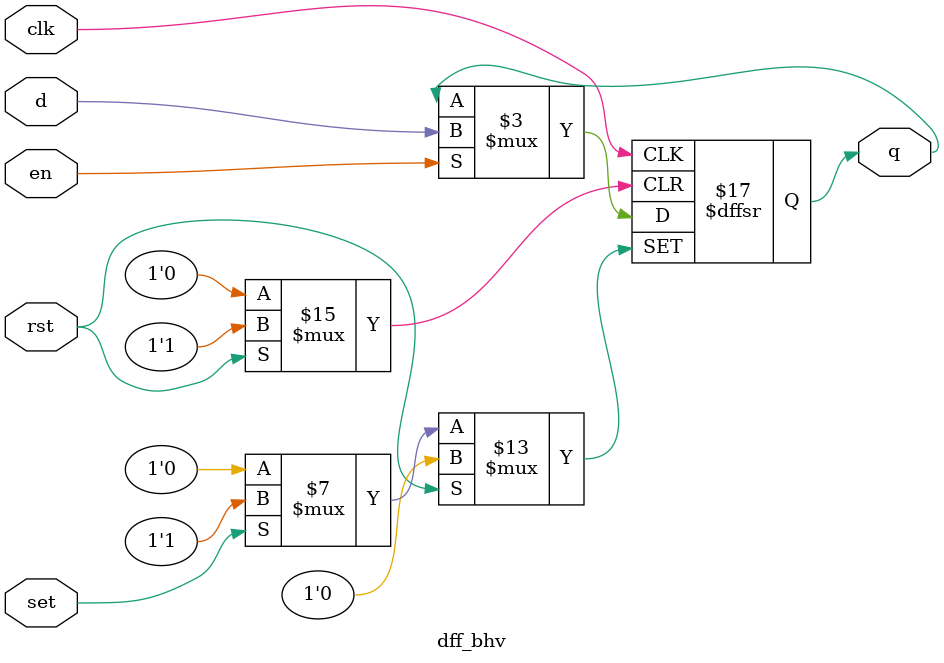
<source format=v>
module dff_bhv(d, clk, set, rst, en, q);

	input d, clk, set, rst, en;
	output reg q;
	
	always @(posedge clk or posedge set or posedge rst)
	begin
		if (set) q <= 1'b1;
		else begin
			if (rst) q<= 1'b0;
			else begin
				if (en) q <= d;
				else    q <= q;
			end
		end
	end
	
	
endmodule
</source>
